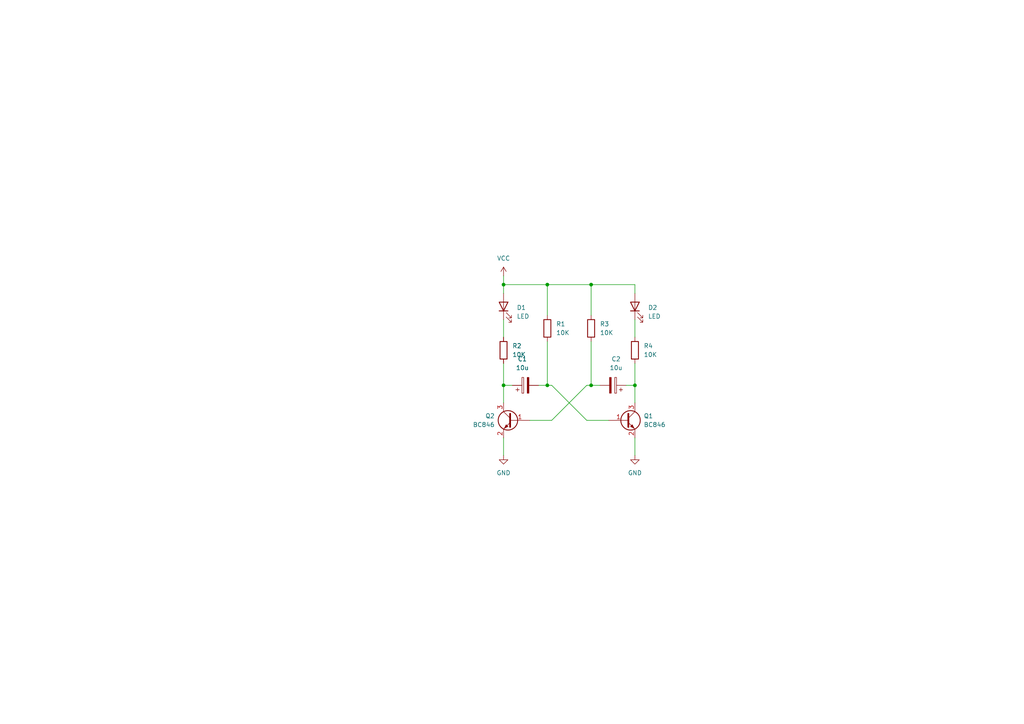
<source format=kicad_sch>
(kicad_sch (version 20230121) (generator eeschema)
  (paper "A4")
  (lib_symbols
    (symbol "Device:C_Polarized" (pin_numbers hide) (pin_names (offset 0.254))
      (property "Reference" "C" (at 0.635 2.54 0))
      (property "Value" "C_Polarized" (at 0.635 -2.54 0))
      (symbol "C_Polarized_0_1"
        (rectangle (start -2.286 0.508) (end 2.286 1.016))
        (polyline (pts (xy -1.778 2.286) (xy -0.762 2.286)))
        (polyline (pts (xy -1.27 2.794) (xy -1.27 1.778)))
        (rectangle (start 2.286 -0.508) (end -2.286 -1.016) (fill (type outline)))
      )
      (symbol "C_Polarized_1_1"
        (pin passive line (at 0 3.81 270) (length 2.794) (name "~") (number "1"))
        (pin passive line (at 0 -3.81 90) (length 2.794) (name "~") (number "2"))
      )
    )
    (symbol "Device:LED" (pin_numbers hide) (pin_names (offset 1.016) hide)
      (property "Reference" "D" (at 0 2.54 0))
      (property "Value" "LED" (at 0 -2.54 0))
      (symbol "LED_0_1"
        (polyline (pts (xy -1.27 -1.27) (xy -1.27 1.27)) (stroke (width 0.254)))
        (polyline (pts (xy -1.27 0) (xy 1.27 0)))
        (polyline (pts (xy 1.27 -1.27) (xy 1.27 1.27) (xy -1.27 0) (xy 1.27 -1.27)) (stroke (width 0.254)))
        (polyline (pts (xy -3.048 -0.762) (xy -4.572 -2.286) (xy -3.81 -2.286) (xy -4.572 -2.286) (xy -4.572 -1.524)))
        (polyline (pts (xy -1.778 -0.762) (xy -3.302 -2.286) (xy -2.54 -2.286) (xy -3.302 -2.286) (xy -3.302 -1.524)))
      )
      (symbol "LED_1_1"
        (pin passive line (at -3.81 0 0) (length 2.54) (name "K") (number "1"))
        (pin passive line (at 3.81 0 180) (length 2.54) (name "A") (number "2"))
      )
    )
    (symbol "Device:R" (pin_numbers hide) (pin_names (offset 0))
      (property "Reference" "R" (at 2.032 0 90))
      (property "Value" "R" (at 0 0 90))
      (symbol "R_0_1"
        (rectangle (start -1.016 -2.54) (end 1.016 2.54) (stroke (width 0.254)))
      )
      (symbol "R_1_1"
        (pin passive line (at 0 3.81 270) (length 1.27) (name "~") (number "1"))
        (pin passive line (at 0 -3.81 90) (length 1.27) (name "~") (number "2"))
      )
    )
    (symbol "Transistor_BJT:BC846" (pin_names (offset 0) hide)
      (property "Reference" "Q" (at 5.08 1.905 0))
      (property "Value" "BC846" (at 5.08 0 0))
      (symbol "BC846_0_1"
        (polyline (pts (xy 0.635 0.635) (xy 2.54 2.54)))
        (polyline (pts (xy 0.635 -0.635) (xy 2.54 -2.54) (xy 2.54 -2.54)))
        (polyline (pts (xy 0.635 1.905) (xy 0.635 -1.905) (xy 0.635 -1.905)) (stroke (width 0.508)))
        (polyline (pts (xy 1.27 -1.778) (xy 1.778 -1.27) (xy 2.286 -2.286) (xy 1.27 -1.778) (xy 1.27 -1.778)) (fill (type outline)))
        (circle (center 1.27 0) (radius 2.8194) (stroke (width 0.254)))
      )
      (symbol "BC846_1_1"
        (pin input line (at -5.08 0 0) (length 5.715) (name "B") (number "1"))
        (pin passive line (at 2.54 -5.08 90) (length 2.54) (name "E") (number "2"))
        (pin passive line (at 2.54 5.08 270) (length 2.54) (name "C") (number "3"))
      )
    )
    (symbol "power:GND" (power) (pin_names (offset 0))
      (property "Value" "GND" (at 0 -3.81 0))
      (symbol "GND_0_1"
        (polyline (pts (xy 0 0) (xy 0 -1.27) (xy 1.27 -1.27) (xy 0 -2.54) (xy -1.27 -1.27) (xy 0 -1.27)))
      )
      (symbol "GND_1_1"
        (pin power_in line (at 0 0 270) (length 0) hide (name "GND") (number "1"))
      )
    )
    (symbol "power:VCC" (power) (pin_names (offset 0))
      (property "Value" "VCC" (at 0 3.81 0))
      (symbol "VCC_0_1"
        (polyline (pts (xy -0.762 1.27) (xy 0 2.54)))
        (polyline (pts (xy 0 0) (xy 0 2.54)))
        (polyline (pts (xy 0 2.54) (xy 0.762 1.27)))
      )
      (symbol "VCC_1_1"
        (pin power_in line (at 0 0 90) (length 0) hide (name "VCC") (number "1"))
      )
    )
  )
  (junction (at 184.15 111.76))
  (junction (at 158.75 111.76))
  (junction (at 171.45 111.76))
  (junction (at 146.05 111.76))
  (junction (at 158.75 82.55))
  (junction (at 171.45 82.55))
  (junction (at 146.05 82.55))
  (wire (pts (xy 171.45 82.55) (xy 158.75 82.55)))
  (wire (pts (xy 156.21 111.76) (xy 158.75 111.76)))
  (wire (pts (xy 146.05 111.76) (xy 146.05 116.84)))
  (wire (pts (xy 184.15 127) (xy 184.15 132.08)))
  (wire (pts (xy 158.75 111.76) (xy 160.02 111.76)))
  (wire (pts (xy 184.15 111.76) (xy 184.15 116.84)))
  (wire (pts (xy 184.15 105.41) (xy 184.15 111.76)))
  (wire (pts (xy 170.18 111.76) (xy 171.45 111.76)))
  (wire (pts (xy 158.75 82.55) (xy 146.05 82.55)))
  (wire (pts (xy 173.99 111.76) (xy 171.45 111.76)))
  (wire (pts (xy 184.15 82.55) (xy 171.45 82.55)))
  (wire (pts (xy 181.61 111.76) (xy 184.15 111.76)))
  (wire (pts (xy 146.05 127) (xy 146.05 132.08)))
  (wire (pts (xy 146.05 105.41) (xy 146.05 111.76)))
  (wire (pts (xy 170.18 121.92) (xy 176.53 121.92)))
  (wire (pts (xy 160.02 121.92) (xy 170.18 111.76)))
  (wire (pts (xy 146.05 82.55) (xy 146.05 80.01)))
  (wire (pts (xy 184.15 85.09) (xy 184.15 82.55)))
  (wire (pts (xy 146.05 92.71) (xy 146.05 97.79)))
  (wire (pts (xy 171.45 82.55) (xy 171.45 91.44)))
  (wire (pts (xy 184.15 92.71) (xy 184.15 97.79)))
  (wire (pts (xy 158.75 99.06) (xy 158.75 111.76)))
  (wire (pts (xy 171.45 99.06) (xy 171.45 111.76)))
  (wire (pts (xy 146.05 111.76) (xy 148.59 111.76)))
  (wire (pts (xy 170.18 121.92) (xy 160.02 111.76)))
  (wire (pts (xy 153.67 121.92) (xy 160.02 121.92)))
  (wire (pts (xy 146.05 82.55) (xy 146.05 85.09)))
  (wire (pts (xy 158.75 82.55) (xy 158.75 91.44)))
  (symbol (lib_id "Device:R") (at 184.15 101.6 0) (unit 1)
    (property "Reference" "R4" (at 186.69 100.33 0) (effects (justify left)))
    (property "Value" "10K" (at 186.69 102.87 0) (effects (justify left)))
  )
  (symbol (lib_id "Device:C_Polarized") (at 152.4 111.76 90) (unit 1)
    (property "Reference" "C1" (at 151.511 104.14 90))
    (property "Value" "10u" (at 151.511 106.68 90))
  )
  (symbol (lib_id "power:GND") (at 146.05 132.08 0) (unit 1)
    (property "Reference" "#PWR01" (effects hide))
    (property "Value" "GND" (at 146.05 137.16 0))
  )
  (symbol (lib_id "Transistor_BJT:BC846") (at 148.59 121.92 0) (mirror y) (unit 1)
    (property "Reference" "Q2" (at 143.51 120.65 0) (effects (justify left)))
    (property "Value" "BC846" (at 143.51 123.19 0) (effects (justify left)))
    (property "Footprint" "Package_TO_SOT_SMD:SOT-23" (effects hide))
    (property "Datasheet" "https://assets.nexperia.com/documents/data-sheet/BC846_SER.pdf" (effects hide))
  )
  (symbol (lib_id "power:VCC") (at 146.05 80.01 0) (unit 1)
    (property "Reference" "#PWR02" (effects hide))
    (property "Value" "VCC" (at 146.05 74.93 0))
  )
  (symbol (lib_id "Device:LED") (at 146.05 88.9 90) (unit 1)
    (property "Reference" "D1" (at 149.86 89.2175 90) (effects (justify right)))
    (property "Value" "LED" (at 149.86 91.7575 90) (effects (justify right)))
  )
  (symbol (lib_id "Device:C_Polarized") (at 177.8 111.76 270) (mirror x) (unit 1)
    (property "Reference" "C2" (at 178.689 104.14 90))
    (property "Value" "10u" (at 178.689 106.68 90))
  )
  (symbol (lib_id "Transistor_BJT:BC846") (at 181.61 121.92 0) (unit 1)
    (property "Reference" "Q1" (at 186.69 120.65 0) (effects (justify left)))
    (property "Value" "BC846" (at 186.69 123.19 0) (effects (justify left)))
    (property "Footprint" "Package_TO_SOT_SMD:SOT-23" (effects hide))
    (property "Datasheet" "https://assets.nexperia.com/documents/data-sheet/BC846_SER.pdf" (effects hide))
  )
  (symbol (lib_id "Device:R") (at 158.75 95.25 0) (unit 1)
    (property "Reference" "R1" (at 161.29 93.98 0) (effects (justify left)))
    (property "Value" "10K" (at 161.29 96.52 0) (effects (justify left)))
  )
  (symbol (lib_id "Device:R") (at 171.45 95.25 0) (unit 1)
    (property "Reference" "R3" (at 173.99 93.98 0) (effects (justify left)))
    (property "Value" "10K" (at 173.99 96.52 0) (effects (justify left)))
  )
  (symbol (lib_id "Device:LED") (at 184.15 88.9 90) (unit 1)
    (property "Reference" "D2" (at 187.96 89.2175 90) (effects (justify right)))
    (property "Value" "LED" (at 187.96 91.7575 90) (effects (justify right)))
  )
  (symbol (lib_id "Device:R") (at 146.05 101.6 0) (unit 1)
    (property "Reference" "R2" (at 148.59 100.33 0) (effects (justify left)))
    (property "Value" "10K" (at 148.59 102.87 0) (effects (justify left)))
  )
  (symbol (lib_id "power:GND") (at 184.15 132.08 0) (unit 1)
    (property "Reference" "#PWR?" (effects hide))
    (property "Value" "GND" (at 184.15 137.16 0))
  )
)
</source>
